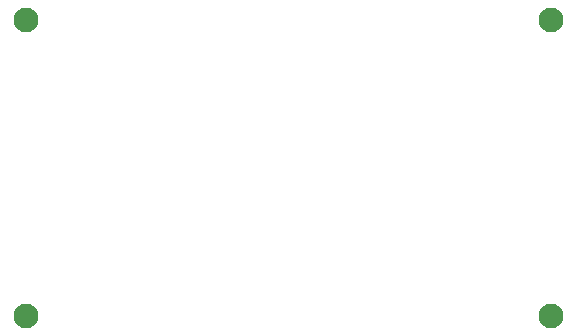
<source format=gbr>
%TF.GenerationSoftware,KiCad,Pcbnew,9.0.5*%
%TF.CreationDate,2025-10-31T12:22:58+09:00*%
%TF.ProjectId,MCU_Datalogger,4d43555f-4461-4746-916c-6f676765722e,1*%
%TF.SameCoordinates,Original*%
%TF.FileFunction,NonPlated,1,4,NPTH,Drill*%
%TF.FilePolarity,Positive*%
%FSLAX46Y46*%
G04 Gerber Fmt 4.6, Leading zero omitted, Abs format (unit mm)*
G04 Created by KiCad (PCBNEW 9.0.5) date 2025-10-31 12:22:58*
%MOMM*%
%LPD*%
G01*
G04 APERTURE LIST*
%TA.AperFunction,ComponentDrill*%
%ADD10C,2.100000*%
%TD*%
G04 APERTURE END LIST*
D10*
%TO.C,H1*%
X138684000Y-61976000D03*
%TO.C,H2*%
X138684000Y-86995000D03*
%TO.C,H3*%
X183134000Y-61976000D03*
%TO.C,H4*%
X183134000Y-86995000D03*
M02*

</source>
